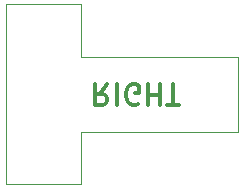
<source format=gbr>
%TF.GenerationSoftware,KiCad,Pcbnew,(7.0.0)*%
%TF.CreationDate,2024-06-17T14:15:37-04:00*%
%TF.ProjectId,Connector Bit,436f6e6e-6563-4746-9f72-204269742e6b,rev?*%
%TF.SameCoordinates,PX5f5e100PY6de6c40*%
%TF.FileFunction,Legend,Bot*%
%TF.FilePolarity,Positive*%
%FSLAX46Y46*%
G04 Gerber Fmt 4.6, Leading zero omitted, Abs format (unit mm)*
G04 Created by KiCad (PCBNEW (7.0.0)) date 2024-06-17 14:15:37*
%MOMM*%
%LPD*%
G01*
G04 APERTURE LIST*
%ADD10C,0.300000*%
%TA.AperFunction,Profile*%
%ADD11C,0.025400*%
%TD*%
G04 APERTURE END LIST*
D10*
X8594342Y8523886D02*
X7994342Y7666743D01*
X7565771Y8523886D02*
X7565771Y6723886D01*
X7565771Y6723886D02*
X8251485Y6723886D01*
X8251485Y6723886D02*
X8422914Y6809600D01*
X8422914Y6809600D02*
X8508628Y6895315D01*
X8508628Y6895315D02*
X8594342Y7066743D01*
X8594342Y7066743D02*
X8594342Y7323886D01*
X8594342Y7323886D02*
X8508628Y7495315D01*
X8508628Y7495315D02*
X8422914Y7581029D01*
X8422914Y7581029D02*
X8251485Y7666743D01*
X8251485Y7666743D02*
X7565771Y7666743D01*
X9365771Y8523886D02*
X9365771Y6723886D01*
X11165771Y6809600D02*
X10994343Y6723886D01*
X10994343Y6723886D02*
X10737200Y6723886D01*
X10737200Y6723886D02*
X10480057Y6809600D01*
X10480057Y6809600D02*
X10308628Y6981029D01*
X10308628Y6981029D02*
X10222914Y7152458D01*
X10222914Y7152458D02*
X10137200Y7495315D01*
X10137200Y7495315D02*
X10137200Y7752458D01*
X10137200Y7752458D02*
X10222914Y8095315D01*
X10222914Y8095315D02*
X10308628Y8266743D01*
X10308628Y8266743D02*
X10480057Y8438172D01*
X10480057Y8438172D02*
X10737200Y8523886D01*
X10737200Y8523886D02*
X10908628Y8523886D01*
X10908628Y8523886D02*
X11165771Y8438172D01*
X11165771Y8438172D02*
X11251485Y8352458D01*
X11251485Y8352458D02*
X11251485Y7752458D01*
X11251485Y7752458D02*
X10908628Y7752458D01*
X12022914Y8523886D02*
X12022914Y6723886D01*
X12022914Y7581029D02*
X13051485Y7581029D01*
X13051485Y8523886D02*
X13051485Y6723886D01*
X13651485Y6723886D02*
X14680057Y6723886D01*
X14165771Y8523886D02*
X14165771Y6723886D01*
D11*
X6350000Y15240000D02*
X6350000Y10795000D01*
X6350000Y10795000D02*
X19634000Y10795000D01*
X6350000Y0D02*
X6350000Y4445000D01*
X0Y15240000D02*
X0Y0D01*
X6350000Y4445000D02*
X19634000Y4445000D01*
X0Y15240000D02*
X6350000Y15240000D01*
X0Y0D02*
X6350000Y0D01*
X19634000Y10795000D02*
X19634000Y4445000D01*
M02*

</source>
